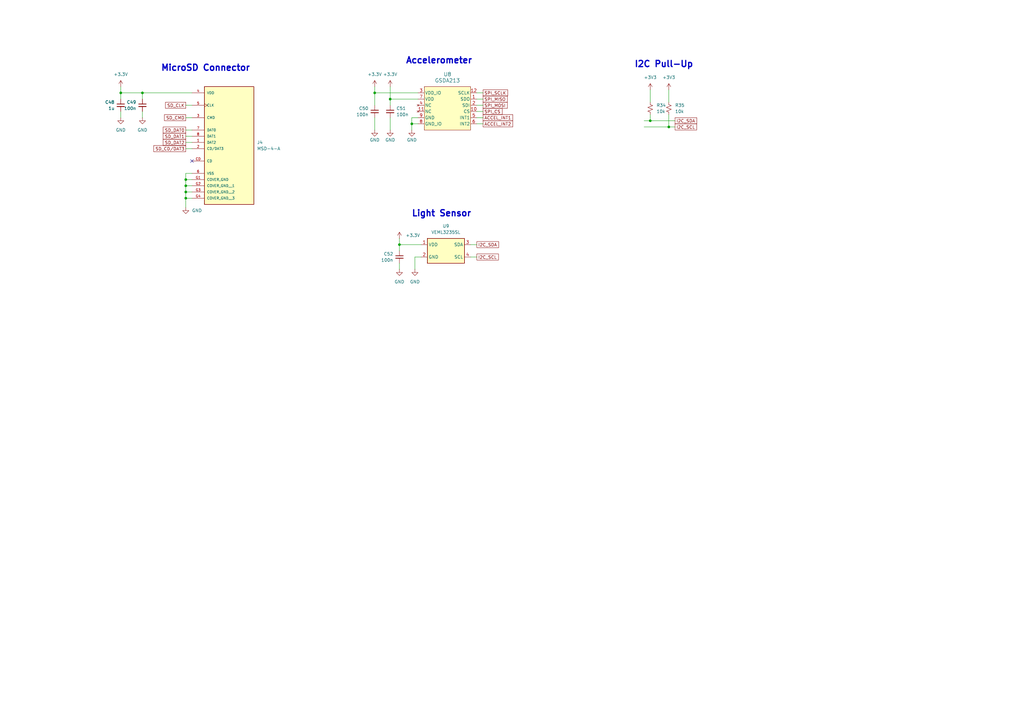
<source format=kicad_sch>
(kicad_sch (version 20250114) (generator "eeschema") (generator_version "9.0")
  (paper "A3")
  (lib_symbols
    (symbol "Device:C_Small" (pin_numbers (hide yes)) (pin_names (offset 0.254) (hide yes))
      (property "Reference" "C" (at 0.254 1.778 0))
      (property "Value" "C_Small" (at 0.254 -2.032 0))
      (symbol "C_Small_0_1"
        (polyline (pts (xy -1.524 0.508) (xy 1.524 0.508)) (stroke (width 0.3048)))
        (polyline (pts (xy -1.524 -0.508) (xy 1.524 -0.508)) (stroke (width 0.3302)))
      )
      (symbol "C_Small_1_1"
        (pin passive line (at 0 2.54 270) (length 2.032) (name "~") (number "1"))
        (pin passive line (at 0 -2.54 90) (length 2.032) (name "~") (number "2"))
      )
    )
    (symbol "Device:R_Small_US" (pin_numbers (hide yes)) (pin_names (offset 0.254) (hide yes))
      (property "Reference" "R" (at 0.762 0.508 0))
      (property "Value" "R_Small_US" (at 0.762 -1.016 0))
      (symbol "R_Small_US_1_1"
        (polyline (pts (xy 0 1.524) (xy 1.016 1.143) (xy 0 0.762) (xy -1.016 0.381) (xy 0 0)))
        (polyline (pts (xy 0 0) (xy 1.016 -0.381) (xy 0 -0.762) (xy -1.016 -1.143) (xy 0 -1.524)))
        (pin passive line (at 0 2.54 270) (length 1.016) (name "~") (number "1"))
        (pin passive line (at 0 -2.54 90) (length 1.016) (name "~") (number "2"))
      )
    )
    (symbol "GSDA213:GSDA213" (pin_names (offset 0.254))
      (property "Reference" "U" (at -0.508 9.144 0))
      (property "Value" "GSDA213" (at -0.508 6.604 0))
      (symbol "GSDA213_0_1"
        (pin passive line (at -12.7 2.54 0) (length 2.54) (name "VDD_IO") (number "3"))
        (pin passive line (at -12.7 0 0) (length 2.54) (name "VDD") (number "7"))
        (pin no_connect line (at -12.7 -2.54 0) (length 2.54) (name "NC") (number "4"))
        (pin no_connect line (at -12.7 -5.08 0) (length 2.54) (name "NC") (number "11"))
        (pin passive line (at -12.7 -7.62 0) (length 2.54) (name "GND") (number "9"))
        (pin passive line (at -12.7 -10.16 0) (length 2.54) (name "GND_IO") (number "8"))
        (pin passive line (at 11.43 -7.62 180) (length 2.54) (name "INT1") (number "5"))
        (pin passive line (at 11.43 -10.16 180) (length 2.54) (name "INT2") (number "6"))
      )
      (symbol "GSDA213_1_1"
        (rectangle (start -10.16 5.08) (end 8.89 -12.7) (fill (type background)))
        (pin passive line (at 11.43 2.54 180) (length 2.54) (name "SCLK") (number "12"))
        (pin passive line (at 11.43 0 180) (length 2.54) (name "SDO") (number "1"))
        (pin passive line (at 11.43 -2.54 180) (length 2.54) (name "SDI") (number "2"))
        (pin passive line (at 11.43 -5.08 180) (length 2.54) (name "CS") (number "10"))
      )
    )
    (symbol "MSD-4-A:MSD-4-A" (pin_names (offset 1.016))
      (property "Reference" "J" (at -10.16 21.082 0))
      (property "Value" "MSD-4-A" (at -10.16 -30.48 0))
      (symbol "MSD-4-A_0_0"
        (rectangle (start -10.16 -27.94) (end 10.16 20.32) (stroke (width 0.254)) (fill (type background)))
        (pin power_in line (at -15.24 17.78 0) (length 5.08) (name "VDD") (number "4"))
        (pin input clock (at -15.24 12.7 0) (length 5.08) (name "CLK") (number "5"))
        (pin bidirectional line (at -15.24 7.62 0) (length 5.08) (name "CMD") (number "3"))
        (pin bidirectional line (at -15.24 2.54 0) (length 5.08) (name "DAT0") (number "7"))
        (pin bidirectional line (at -15.24 0 0) (length 5.08) (name "DAT1") (number "8"))
        (pin bidirectional line (at -15.24 -2.54 0) (length 5.08) (name "DAT2") (number "1"))
        (pin bidirectional line (at -15.24 -5.08 0) (length 5.08) (name "CD/DAT3") (number "2"))
        (pin passive line (at -15.24 -10.16 0) (length 5.08) (name "CD") (number "CD"))
        (pin power_in line (at -15.24 -15.24 0) (length 5.08) (name "VSS") (number "6"))
        (pin power_in line (at -15.24 -17.78 0) (length 5.08) (name "COVER_GND") (number "G1"))
        (pin power_in line (at -15.24 -20.32 0) (length 5.08) (name "COVER_GND__1") (number "G2"))
        (pin power_in line (at -15.24 -22.86 0) (length 5.08) (name "COVER_GND__2") (number "G3"))
        (pin power_in line (at -15.24 -25.4 0) (length 5.08) (name "COVER_GND__3") (number "G4"))
      )
    )
    (symbol "VEML3235SL:BL0937"
      (property "Reference" "U2" (at 0 10.16 0))
      (property "Value" "VEML3235SL" (at 0 7.62 0))
      (symbol "BL0937_0_1"
        (rectangle (start -7.62 5.08) (end 7.62 -5.08) (stroke (width 0.254)) (fill (type background)))
      )
      (symbol "BL0937_1_1"
        (pin passive line (at -10.16 2.54 0) (length 2.54) (name "VDD") (number "1"))
        (pin passive line (at -10.16 -2.54 0) (length 2.54) (name "GND") (number "2"))
        (pin passive line (at 10.16 2.54 180) (length 2.54) (name "SDA") (number "3"))
        (pin passive line (at 10.16 -2.54 180) (length 2.54) (name "SCL") (number "4"))
      )
    )
    (symbol "power:+3.3V" (power) (pin_numbers (hide yes)) (pin_names (offset 0) (hide yes))
      (property "Value" "+3.3V" (at 0 3.556 0))
      (symbol "+3.3V_0_1"
        (polyline (pts (xy -0.762 1.27) (xy 0 2.54)))
        (polyline (pts (xy 0 2.54) (xy 0.762 1.27)))
        (polyline (pts (xy 0 0) (xy 0 2.54)))
      )
      (symbol "+3.3V_1_1"
        (pin power_in line (at 0 0 90) (length 0) (name "~") (number "1"))
      )
    )
    (symbol "power:+3V3" (power) (pin_numbers (hide yes)) (pin_names (offset 0) (hide yes))
      (property "Value" "+3V3" (at 0 3.556 0))
      (symbol "+3V3_0_1"
        (polyline (pts (xy -0.762 1.27) (xy 0 2.54)))
        (polyline (pts (xy 0 2.54) (xy 0.762 1.27)))
        (polyline (pts (xy 0 0) (xy 0 2.54)))
      )
      (symbol "+3V3_1_1"
        (pin power_in line (at 0 0 90) (length 0) (name "~") (number "1"))
      )
    )
    (symbol "power:GND" (power) (pin_numbers (hide yes)) (pin_names (offset 0) (hide yes))
      (property "Value" "GND" (at 0 -3.81 0))
      (symbol "GND_0_1"
        (polyline (pts (xy 0 0) (xy 0 -1.27) (xy 1.27 -1.27) (xy 0 -2.54) (xy -1.27 -1.27) (xy 0 -1.27)))
      )
      (symbol "GND_1_1"
        (pin power_in line (at 0 0 270) (length 0) (name "~") (number "1"))
      )
    )
  )
  (text "I2C Pull-Up\n" (at 272.288 26.416 0) (effects (font (size 2.54 2.54) (thickness 0.508) (bold yes))))
  (text "Accelerometer\n" (at 180.086 24.892 0) (effects (font (size 2.54 2.54) (thickness 0.508) (bold yes))))
  (text "MicroSD Connector\n" (at 84.328 27.94 0) (effects (font (size 2.54 2.54) (thickness 0.508) (bold yes))))
  (text "Light Sensor" (at 181.102 87.63 0) (effects (font (size 2.54 2.54) (thickness 0.508) (bold yes))))
  (junction (at 160.02 40.64))
  (junction (at 274.32 52.07))
  (junction (at 266.7 49.53))
  (junction (at 76.2 73.66))
  (junction (at 168.91 50.8))
  (junction (at 76.2 78.74))
  (junction (at 163.83 100.33))
  (junction (at 58.42 38.1))
  (junction (at 76.2 76.2))
  (junction (at 49.53 38.1))
  (junction (at 76.2 81.28))
  (junction (at 153.67 38.1))
  (no_connect (at 78.74 66.04))
  (wire (pts (xy 195.58 40.64) (xy 198.12 40.64)))
  (wire (pts (xy 49.53 35.56) (xy 49.53 38.1)))
  (wire (pts (xy 266.7 49.53) (xy 276.86 49.53)))
  (wire (pts (xy 76.2 48.26) (xy 78.74 48.26)))
  (wire (pts (xy 153.67 43.18) (xy 153.67 38.1)))
  (wire (pts (xy 195.58 45.72) (xy 198.12 45.72)))
  (wire (pts (xy 76.2 73.66) (xy 78.74 73.66)))
  (wire (pts (xy 195.58 38.1) (xy 198.12 38.1)))
  (wire (pts (xy 153.67 38.1) (xy 171.45 38.1)))
  (wire (pts (xy 160.02 48.26) (xy 160.02 53.34)))
  (wire (pts (xy 76.2 78.74) (xy 78.74 78.74)))
  (wire (pts (xy 76.2 71.12) (xy 78.74 71.12)))
  (wire (pts (xy 163.83 100.33) (xy 163.83 102.87)))
  (wire (pts (xy 58.42 38.1) (xy 49.53 38.1)))
  (wire (pts (xy 264.16 49.53) (xy 266.7 49.53)))
  (wire (pts (xy 49.53 38.1) (xy 49.53 40.64)))
  (wire (pts (xy 168.91 48.26) (xy 168.91 50.8)))
  (wire (pts (xy 266.7 36.83) (xy 266.7 41.91)))
  (wire (pts (xy 76.2 60.96) (xy 78.74 60.96)))
  (wire (pts (xy 274.32 52.07) (xy 276.86 52.07)))
  (wire (pts (xy 171.45 40.64) (xy 160.02 40.64)))
  (wire (pts (xy 172.72 105.41) (xy 170.18 105.41)))
  (wire (pts (xy 49.53 45.72) (xy 49.53 48.26)))
  (wire (pts (xy 76.2 76.2) (xy 76.2 78.74)))
  (wire (pts (xy 266.7 46.99) (xy 266.7 49.53)))
  (wire (pts (xy 76.2 81.28) (xy 76.2 85.09)))
  (wire (pts (xy 193.04 105.41) (xy 195.58 105.41)))
  (wire (pts (xy 153.67 48.26) (xy 153.67 53.34)))
  (wire (pts (xy 193.04 100.33) (xy 195.58 100.33)))
  (wire (pts (xy 163.83 100.33) (xy 163.83 97.79)))
  (wire (pts (xy 172.72 100.33) (xy 163.83 100.33)))
  (wire (pts (xy 170.18 105.41) (xy 170.18 110.49)))
  (wire (pts (xy 76.2 43.18) (xy 78.74 43.18)))
  (wire (pts (xy 171.45 50.8) (xy 168.91 50.8)))
  (wire (pts (xy 76.2 78.74) (xy 76.2 81.28)))
  (wire (pts (xy 195.58 50.8) (xy 198.12 50.8)))
  (wire (pts (xy 274.32 36.83) (xy 274.32 41.91)))
  (wire (pts (xy 195.58 48.26) (xy 198.12 48.26)))
  (wire (pts (xy 163.83 110.49) (xy 163.83 107.95)))
  (wire (pts (xy 76.2 55.88) (xy 78.74 55.88)))
  (wire (pts (xy 160.02 40.64) (xy 160.02 43.18)))
  (wire (pts (xy 76.2 76.2) (xy 78.74 76.2)))
  (wire (pts (xy 58.42 45.72) (xy 58.42 48.26)))
  (wire (pts (xy 76.2 58.42) (xy 78.74 58.42)))
  (wire (pts (xy 171.45 48.26) (xy 168.91 48.26)))
  (wire (pts (xy 76.2 81.28) (xy 78.74 81.28)))
  (wire (pts (xy 274.32 46.99) (xy 274.32 52.07)))
  (wire (pts (xy 58.42 40.64) (xy 58.42 38.1)))
  (wire (pts (xy 58.42 38.1) (xy 78.74 38.1)))
  (wire (pts (xy 153.67 35.56) (xy 153.67 38.1)))
  (wire (pts (xy 264.16 52.07) (xy 274.32 52.07)))
  (wire (pts (xy 76.2 73.66) (xy 76.2 76.2)))
  (wire (pts (xy 168.91 50.8) (xy 168.91 53.34)))
  (wire (pts (xy 195.58 43.18) (xy 198.12 43.18)))
  (wire (pts (xy 160.02 35.56) (xy 160.02 40.64)))
  (wire (pts (xy 76.2 71.12) (xy 76.2 73.66)))
  (wire (pts (xy 76.2 53.34) (xy 78.74 53.34)))
  (global_label "SD_CD{slash}DAT3" (shape passive) (at 76.2 60.96 180) (property "Intersheetrefs" "${INTERSHEET_REFS}" (effects (hide yes))))
  (global_label "I2C_SCL" (shape passive) (at 276.86 52.07 0) (property "Intersheetrefs" "${INTERSHEET_REFS}" (effects (hide yes))))
  (global_label "I2C_SDA" (shape passive) (at 276.86 49.53 0) (property "Intersheetrefs" "${INTERSHEET_REFS}" (effects (hide yes))))
  (global_label "SPI_SCLK" (shape passive) (at 198.12 38.1 0) (property "Intersheetrefs" "${INTERSHEET_REFS}" (effects (hide yes))))
  (global_label "SPI_CS" (shape passive) (at 198.12 45.72 0) (property "Intersheetrefs" "${INTERSHEET_REFS}" (effects (hide yes))))
  (global_label "SD_DAT0" (shape passive) (at 76.2 53.34 180) (property "Intersheetrefs" "${INTERSHEET_REFS}" (effects (hide yes))))
  (global_label "I2C_SDA" (shape passive) (at 195.58 100.33 0) (property "Intersheetrefs" "${INTERSHEET_REFS}" (effects (hide yes))))
  (global_label "SD_CLK" (shape passive) (at 76.2 43.18 180) (property "Intersheetrefs" "${INTERSHEET_REFS}" (effects (hide yes))))
  (global_label "SPI_MOSI" (shape passive) (at 198.12 43.18 0) (property "Intersheetrefs" "${INTERSHEET_REFS}" (effects (hide yes))))
  (global_label "I2C_SCL" (shape passive) (at 195.58 105.41 0) (property "Intersheetrefs" "${INTERSHEET_REFS}" (effects (hide yes))))
  (global_label "ACCEL_INT2" (shape passive) (at 198.12 50.8 0) (property "Intersheetrefs" "${INTERSHEET_REFS}" (effects (hide yes))))
  (global_label "ACCEL_INT1" (shape passive) (at 198.12 48.26 0) (property "Intersheetrefs" "${INTERSHEET_REFS}" (effects (hide yes))))
  (global_label "SPI_MISO" (shape passive) (at 198.12 40.64 0) (property "Intersheetrefs" "${INTERSHEET_REFS}" (effects (hide yes))))
  (global_label "SD_CMD" (shape passive) (at 76.2 48.26 180) (property "Intersheetrefs" "${INTERSHEET_REFS}" (effects (hide yes))))
  (global_label "SD_DAT1" (shape passive) (at 76.2 55.88 180) (property "Intersheetrefs" "${INTERSHEET_REFS}" (effects (hide yes))))
  (global_label "SD_DAT2" (shape passive) (at 76.2 58.42 180) (property "Intersheetrefs" "${INTERSHEET_REFS}" (effects (hide yes))))
  (symbol (lib_id "MSD-4-A:MSD-4-A") (at 93.98 55.88 0) (unit 1)
    (property "Reference" "J4" (at 105.41 58.4199 0) (effects (justify left)))
    (property "Value" "MSD-4-A" (at 105.41 60.9599 0) (effects (justify left)))
    (property "Footprint" "CUI_MSD-4-A" (effects (hide yes)))
    (property "PARTREV" "1.0" (effects (hide yes)))
    (property "STANDARD" "Manufacturer Recommendations" (effects (hide yes)))
    (property "MAXIMUM_PACKAGE_HEIGHT" "2.00mm" (effects (hide yes)))
    (property "MANUFACTURER" "CUI Devices" (effects (hide yes)))
  )
  (symbol (lib_id "power:+3.3V") (at 163.83 97.79 0) (unit 1)
    (property "Reference" "#PWR0132" (effects (hide yes)))
    (property "Value" "+3.3V" (at 166.37 96.5199 0) (effects (justify left)))
    (property "Description" "Power symbol creates a global label with name \"+3.3V\"" (effects (hide yes)))
  )
  (symbol (lib_id "power:+3.3V") (at 153.67 35.56 0) (unit 1)
    (property "Reference" "#PWR0122" (effects (hide yes)))
    (property "Value" "+3.3V" (at 153.67 30.48 0))
    (property "Description" "Power symbol creates a global label with name \"+3.3V\"" (effects (hide yes)))
  )
  (symbol (lib_id "power:+3V3") (at 274.32 36.83 0) (unit 1)
    (property "Reference" "#PWR0125" (effects (hide yes)))
    (property "Value" "+3V3" (at 274.32 31.75 0))
    (property "Description" "Power symbol creates a global label with name \"+3V3\"" (effects (hide yes)))
  )
  (symbol (lib_id "power:+3V3") (at 266.7 36.83 0) (unit 1)
    (property "Reference" "#PWR0124" (effects (hide yes)))
    (property "Value" "+3V3" (at 266.7 31.75 0))
    (property "Description" "Power symbol creates a global label with name \"+3V3\"" (effects (hide yes)))
  )
  (symbol (lib_id "Device:C_Small") (at 160.02 45.72 0) (mirror y) (unit 1)
    (property "Reference" "C51" (at 162.56 44.4562 0) (effects (justify right)))
    (property "Value" "100n" (at 162.56 46.9962 0) (effects (justify right)))
    (property "Footprint" "Capacitor_SMD:C_0402_1005Metric" (effects (hide yes)))
    (property "Datasheet" "https://www.digikey.com.br/en/products/detail/samsung-electro-mechanics/CL05B104KA5NNNC/5961204?s=N4IgTCBcDaIMIBkAMBWAQgRiQFgNIEEUA5EuEAXQF8g" (effects (hide yes)))
    (property "Description" "Unpolarized capacitor, small symbol" (effects (hide yes)))
    (property "MPN" "CL05B104KA5NNNC" (effects (hide yes)))
  )
  (symbol (lib_id "GSDA213:GSDA213") (at 184.15 40.64 0) (unit 1)
    (property "Reference" "U8" (at 183.515 30.48 0) (effects (font (size 1.524 1.524))))
    (property "Value" "GSDA213" (at 183.515 33.02 0) (effects (font (size 1.524 1.524))))
    (property "Datasheet" "https://www.digikey.com.br/en/products/detail/good-ark-semiconductor/GSDA213/18648359?s=N4IgTCBcDaIOIGUAiBBMBGAzCAugXyA" (effects (hide yes)))
    (property "Description" "ACCELEROMETER, 3-AXIS, 14-BIT, L" (effects (hide yes)))
    (property "MPN" "GSDA213" (effects (hide yes)))
  )
  (symbol (lib_id "power:GND") (at 163.83 110.49 0) (unit 1)
    (property "Reference" "#PWR0133" (effects (hide yes)))
    (property "Value" "GND" (at 163.83 115.57 0))
    (property "Description" "Power symbol creates a global label with name \"GND\" , ground" (effects (hide yes)))
  )
  (symbol (lib_id "Device:C_Small") (at 163.83 105.41 0) (unit 1)
    (property "Reference" "C52" (at 161.29 104.1462 0) (effects (justify right)))
    (property "Value" "100n" (at 161.29 106.6862 0) (effects (justify right)))
    (property "Footprint" "Capacitor_SMD:C_0402_1005Metric" (effects (hide yes)))
    (property "Datasheet" "https://www.digikey.com.br/en/products/detail/samsung-electro-mechanics/CL05B104KA5NNNC/5961204?s=N4IgTCBcDaIMIBkAMBWAQgRiQFgNIEEUA5EuEAXQF8g" (effects (hide yes)))
    (property "Description" "Unpolarized capacitor, small symbol" (effects (hide yes)))
    (property "MPN" "CL05B104KA5NNNC" (effects (hide yes)))
  )
  (symbol (lib_id "power:+3.3V") (at 160.02 35.56 0) (unit 1)
    (property "Reference" "#PWR0123" (effects (hide yes)))
    (property "Value" "+3.3V" (at 160.02 30.48 0))
    (property "Description" "Power symbol creates a global label with name \"+3.3V\"" (effects (hide yes)))
  )
  (symbol (lib_id "Device:C_Small") (at 58.42 43.18 0) (unit 1)
    (property "Reference" "C49" (at 55.88 41.9162 0) (effects (justify right)))
    (property "Value" "100n" (at 55.88 44.4562 0) (effects (justify right)))
    (property "Footprint" "Capacitor_SMD:C_0402_1005Metric" (effects (hide yes)))
    (property "Datasheet" "https://www.digikey.com.br/en/products/detail/samsung-electro-mechanics/CL05B104KA5NNNC/5961204?s=N4IgTCBcDaIMIBkAMBWAQgRiQFgNIEEUA5EuEAXQF8g" (effects (hide yes)))
    (property "Description" "Unpolarized capacitor, small symbol" (effects (hide yes)))
    (property "MPN" "CL05B104KA5NNNC" (effects (hide yes)))
  )
  (symbol (lib_id "Device:C_Small") (at 153.67 45.72 0) (unit 1)
    (property "Reference" "C50" (at 151.13 44.4562 0) (effects (justify right)))
    (property "Value" "100n" (at 151.13 46.9962 0) (effects (justify right)))
    (property "Footprint" "Capacitor_SMD:C_0402_1005Metric" (effects (hide yes)))
    (property "Datasheet" "https://www.digikey.com.br/en/products/detail/samsung-electro-mechanics/CL05B104KA5NNNC/5961204?s=N4IgTCBcDaIMIBkAMBWAQgRiQFgNIEEUA5EuEAXQF8g" (effects (hide yes)))
    (property "Description" "Unpolarized capacitor, small symbol" (effects (hide yes)))
    (property "MPN" "CL05B104KA5NNNC" (effects (hide yes)))
  )
  (symbol (lib_id "VEML3235SL:BL0937") (at 182.88 102.87 0) (unit 1)
    (property "Reference" "U9" (at 182.88 92.71 0))
    (property "Value" "VEML3235SL" (at 182.88 95.25 0))
  )
  (symbol (lib_id "Device:R_Small_US") (at 266.7 44.45 0) (unit 1)
    (property "Reference" "R34" (at 269.24 43.1799 0) (effects (justify left)))
    (property "Value" "10k" (at 269.24 45.7199 0) (effects (justify left)))
    (property "Footprint" "Resistor_SMD:R_0402_1005Metric" (effects (hide yes)))
    (property "Datasheet" "https://www.digikey.com.br/en/products/detail/yageo/RC0402JR-0710KL/726418?s=N4IgTCBcDaIEoGEAMAWJYBScC0SDsAjEgNIAyIAugL5A" (effects (hide yes)))
    (property "Description" "Resistor, small US symbol" (effects (hide yes)))
    (property "MPN" "RC0402JR-0710KL" (effects (hide yes)))
  )
  (symbol (lib_id "power:GND") (at 168.91 53.34 0) (unit 1)
    (property "Reference" "#PWR0130" (effects (hide yes)))
    (property "Value" "GND" (at 166.878 57.404 0) (effects (justify left)))
    (property "Description" "Power symbol creates a global label with name \"GND\" , ground" (effects (hide yes)))
  )
  (symbol (lib_id "Device:R_Small_US") (at 274.32 44.45 0) (unit 1)
    (property "Reference" "R35" (at 276.86 43.1799 0) (effects (justify left)))
    (property "Value" "10k" (at 276.86 45.7199 0) (effects (justify left)))
    (property "Footprint" "Resistor_SMD:R_0402_1005Metric" (effects (hide yes)))
    (property "Datasheet" "https://www.digikey.com.br/en/products/detail/yageo/RC0402JR-0710KL/726418?s=N4IgTCBcDaIEoGEAMAWJYBScC0SDsAjEgNIAyIAugL5A" (effects (hide yes)))
    (property "Description" "Resistor, small US symbol" (effects (hide yes)))
    (property "MPN" "RC0402JR-0710KL" (effects (hide yes)))
  )
  (symbol (lib_id "power:GND") (at 76.2 85.09 0) (unit 1)
    (property "Reference" "#PWR0131" (effects (hide yes)))
    (property "Value" "GND" (at 78.74 86.3599 0) (effects (justify left)))
    (property "Description" "Power symbol creates a global label with name \"GND\" , ground" (effects (hide yes)))
  )
  (symbol (lib_id "power:GND") (at 170.18 110.49 0) (unit 1)
    (property "Reference" "#PWR0134" (effects (hide yes)))
    (property "Value" "GND" (at 170.18 115.57 0))
    (property "Description" "Power symbol creates a global label with name \"GND\" , ground" (effects (hide yes)))
  )
  (symbol (lib_id "power:GND") (at 153.67 53.34 0) (unit 1)
    (property "Reference" "#PWR0128" (effects (hide yes)))
    (property "Value" "GND" (at 151.638 57.404 0) (effects (justify left)))
    (property "Description" "Power symbol creates a global label with name \"GND\" , ground" (effects (hide yes)))
  )
  (symbol (lib_id "power:GND") (at 58.42 48.26 0) (unit 1)
    (property "Reference" "#PWR0127" (effects (hide yes)))
    (property "Value" "GND" (at 58.42 53.34 0))
    (property "Description" "Power symbol creates a global label with name \"GND\" , ground" (effects (hide yes)))
  )
  (symbol (lib_id "Device:C_Small") (at 49.53 43.18 0) (unit 1)
    (property "Reference" "C48" (at 46.99 41.9162 0) (effects (justify right)))
    (property "Value" "1u" (at 46.99 44.4562 0) (effects (justify right)))
    (property "Footprint" "Capacitor_SMD:C_0402_1005Metric" (effects (hide yes)))
    (property "Datasheet" "https://www.digikey.com.br/en/products/detail/samsung-electro-mechanics/CL05A105KO5NNNC/3886725?s=N4IgTCBcDaIMIBkAMBWAggRlQaQPIoDki4QBdAXyA" (effects (hide yes)))
    (property "Description" "Unpolarized capacitor, small symbol" (effects (hide yes)))
    (property "MPN" "CL05A105KO5NNNC" (effects (hide yes)))
  )
  (symbol (lib_id "power:+3.3V") (at 49.53 35.56 0) (unit 1)
    (property "Reference" "#PWR0121" (effects (hide yes)))
    (property "Value" "+3.3V" (at 49.53 30.48 0))
    (property "Description" "Power symbol creates a global label with name \"+3.3V\"" (effects (hide yes)))
  )
  (symbol (lib_id "power:GND") (at 160.02 53.34 0) (unit 1)
    (property "Reference" "#PWR0129" (effects (hide yes)))
    (property "Value" "GND" (at 157.988 57.404 0) (effects (justify left)))
    (property "Description" "Power symbol creates a global label with name \"GND\" , ground" (effects (hide yes)))
  )
  (symbol (lib_id "power:GND") (at 49.53 48.26 0) (unit 1)
    (property "Reference" "#PWR0126" (effects (hide yes)))
    (property "Value" "GND" (at 49.53 53.34 0))
    (property "Description" "Power symbol creates a global label with name \"GND\" , ground" (effects (hide yes)))
  )
)
</source>
